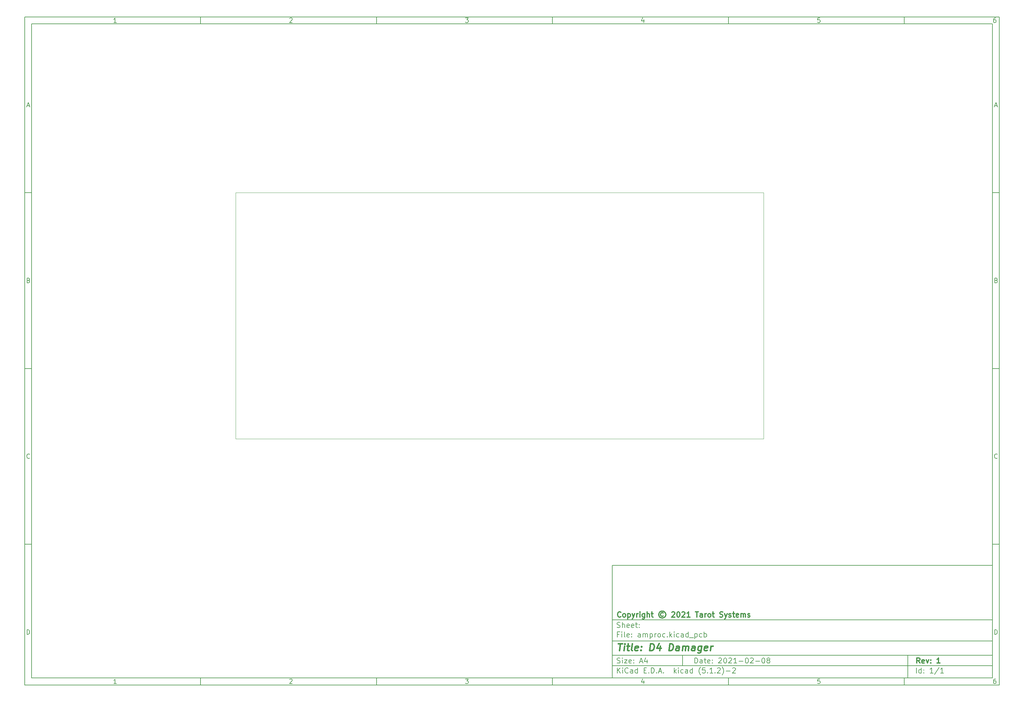
<source format=gbr>
G04 #@! TF.GenerationSoftware,KiCad,Pcbnew,(5.1.2)-2*
G04 #@! TF.CreationDate,2021-02-08T23:51:54+00:00*
G04 #@! TF.ProjectId,amproc,616d7072-6f63-42e6-9b69-6361645f7063,1*
G04 #@! TF.SameCoordinates,PX42c1d80PY7bfa480*
G04 #@! TF.FileFunction,Profile,NP*
%FSLAX46Y46*%
G04 Gerber Fmt 4.6, Leading zero omitted, Abs format (unit mm)*
G04 Created by KiCad (PCBNEW (5.1.2)-2) date 2021-02-08 23:51:54*
%MOMM*%
%LPD*%
G04 APERTURE LIST*
%ADD10C,0.100000*%
%ADD11C,0.150000*%
%ADD12C,0.300000*%
%ADD13C,0.400000*%
%ADD14C,0.050000*%
G04 APERTURE END LIST*
D10*
D11*
X107002200Y-36007200D02*
X107002200Y-68007200D01*
X215002200Y-68007200D01*
X215002200Y-36007200D01*
X107002200Y-36007200D01*
D10*
D11*
X-60000000Y120000000D02*
X-60000000Y-70007200D01*
X217002200Y-70007200D01*
X217002200Y120000000D01*
X-60000000Y120000000D01*
D10*
D11*
X-58000000Y118000000D02*
X-58000000Y-68007200D01*
X215002200Y-68007200D01*
X215002200Y118000000D01*
X-58000000Y118000000D01*
D10*
D11*
X-10000000Y118000000D02*
X-10000000Y120000000D01*
D10*
D11*
X40000000Y118000000D02*
X40000000Y120000000D01*
D10*
D11*
X90000000Y118000000D02*
X90000000Y120000000D01*
D10*
D11*
X140000000Y118000000D02*
X140000000Y120000000D01*
D10*
D11*
X190000000Y118000000D02*
X190000000Y120000000D01*
D10*
D11*
X-33934524Y118411905D02*
X-34677381Y118411905D01*
X-34305953Y118411905D02*
X-34305953Y119711905D01*
X-34429762Y119526191D01*
X-34553572Y119402381D01*
X-34677381Y119340477D01*
D10*
D11*
X15322619Y119588096D02*
X15384523Y119650000D01*
X15508333Y119711905D01*
X15817857Y119711905D01*
X15941666Y119650000D01*
X16003571Y119588096D01*
X16065476Y119464286D01*
X16065476Y119340477D01*
X16003571Y119154762D01*
X15260714Y118411905D01*
X16065476Y118411905D01*
D10*
D11*
X65260714Y119711905D02*
X66065476Y119711905D01*
X65632142Y119216667D01*
X65817857Y119216667D01*
X65941666Y119154762D01*
X66003571Y119092858D01*
X66065476Y118969048D01*
X66065476Y118659524D01*
X66003571Y118535715D01*
X65941666Y118473810D01*
X65817857Y118411905D01*
X65446428Y118411905D01*
X65322619Y118473810D01*
X65260714Y118535715D01*
D10*
D11*
X115941666Y119278572D02*
X115941666Y118411905D01*
X115632142Y119773810D02*
X115322619Y118845239D01*
X116127380Y118845239D01*
D10*
D11*
X166003571Y119711905D02*
X165384523Y119711905D01*
X165322619Y119092858D01*
X165384523Y119154762D01*
X165508333Y119216667D01*
X165817857Y119216667D01*
X165941666Y119154762D01*
X166003571Y119092858D01*
X166065476Y118969048D01*
X166065476Y118659524D01*
X166003571Y118535715D01*
X165941666Y118473810D01*
X165817857Y118411905D01*
X165508333Y118411905D01*
X165384523Y118473810D01*
X165322619Y118535715D01*
D10*
D11*
X215941666Y119711905D02*
X215694047Y119711905D01*
X215570238Y119650000D01*
X215508333Y119588096D01*
X215384523Y119402381D01*
X215322619Y119154762D01*
X215322619Y118659524D01*
X215384523Y118535715D01*
X215446428Y118473810D01*
X215570238Y118411905D01*
X215817857Y118411905D01*
X215941666Y118473810D01*
X216003571Y118535715D01*
X216065476Y118659524D01*
X216065476Y118969048D01*
X216003571Y119092858D01*
X215941666Y119154762D01*
X215817857Y119216667D01*
X215570238Y119216667D01*
X215446428Y119154762D01*
X215384523Y119092858D01*
X215322619Y118969048D01*
D10*
D11*
X-10000000Y-68007200D02*
X-10000000Y-70007200D01*
D10*
D11*
X40000000Y-68007200D02*
X40000000Y-70007200D01*
D10*
D11*
X90000000Y-68007200D02*
X90000000Y-70007200D01*
D10*
D11*
X140000000Y-68007200D02*
X140000000Y-70007200D01*
D10*
D11*
X190000000Y-68007200D02*
X190000000Y-70007200D01*
D10*
D11*
X-33934524Y-69595295D02*
X-34677381Y-69595295D01*
X-34305953Y-69595295D02*
X-34305953Y-68295295D01*
X-34429762Y-68481009D01*
X-34553572Y-68604819D01*
X-34677381Y-68666723D01*
D10*
D11*
X15322619Y-68419104D02*
X15384523Y-68357200D01*
X15508333Y-68295295D01*
X15817857Y-68295295D01*
X15941666Y-68357200D01*
X16003571Y-68419104D01*
X16065476Y-68542914D01*
X16065476Y-68666723D01*
X16003571Y-68852438D01*
X15260714Y-69595295D01*
X16065476Y-69595295D01*
D10*
D11*
X65260714Y-68295295D02*
X66065476Y-68295295D01*
X65632142Y-68790533D01*
X65817857Y-68790533D01*
X65941666Y-68852438D01*
X66003571Y-68914342D01*
X66065476Y-69038152D01*
X66065476Y-69347676D01*
X66003571Y-69471485D01*
X65941666Y-69533390D01*
X65817857Y-69595295D01*
X65446428Y-69595295D01*
X65322619Y-69533390D01*
X65260714Y-69471485D01*
D10*
D11*
X115941666Y-68728628D02*
X115941666Y-69595295D01*
X115632142Y-68233390D02*
X115322619Y-69161961D01*
X116127380Y-69161961D01*
D10*
D11*
X166003571Y-68295295D02*
X165384523Y-68295295D01*
X165322619Y-68914342D01*
X165384523Y-68852438D01*
X165508333Y-68790533D01*
X165817857Y-68790533D01*
X165941666Y-68852438D01*
X166003571Y-68914342D01*
X166065476Y-69038152D01*
X166065476Y-69347676D01*
X166003571Y-69471485D01*
X165941666Y-69533390D01*
X165817857Y-69595295D01*
X165508333Y-69595295D01*
X165384523Y-69533390D01*
X165322619Y-69471485D01*
D10*
D11*
X215941666Y-68295295D02*
X215694047Y-68295295D01*
X215570238Y-68357200D01*
X215508333Y-68419104D01*
X215384523Y-68604819D01*
X215322619Y-68852438D01*
X215322619Y-69347676D01*
X215384523Y-69471485D01*
X215446428Y-69533390D01*
X215570238Y-69595295D01*
X215817857Y-69595295D01*
X215941666Y-69533390D01*
X216003571Y-69471485D01*
X216065476Y-69347676D01*
X216065476Y-69038152D01*
X216003571Y-68914342D01*
X215941666Y-68852438D01*
X215817857Y-68790533D01*
X215570238Y-68790533D01*
X215446428Y-68852438D01*
X215384523Y-68914342D01*
X215322619Y-69038152D01*
D10*
D11*
X-60000000Y70000000D02*
X-58000000Y70000000D01*
D10*
D11*
X-60000000Y20000000D02*
X-58000000Y20000000D01*
D10*
D11*
X-60000000Y-30000000D02*
X-58000000Y-30000000D01*
D10*
D11*
X-59309524Y94783334D02*
X-58690477Y94783334D01*
X-59433334Y94411905D02*
X-59000000Y95711905D01*
X-58566667Y94411905D01*
D10*
D11*
X-58907143Y45092858D02*
X-58721429Y45030953D01*
X-58659524Y44969048D01*
X-58597620Y44845239D01*
X-58597620Y44659524D01*
X-58659524Y44535715D01*
X-58721429Y44473810D01*
X-58845239Y44411905D01*
X-59340477Y44411905D01*
X-59340477Y45711905D01*
X-58907143Y45711905D01*
X-58783334Y45650000D01*
X-58721429Y45588096D01*
X-58659524Y45464286D01*
X-58659524Y45340477D01*
X-58721429Y45216667D01*
X-58783334Y45154762D01*
X-58907143Y45092858D01*
X-59340477Y45092858D01*
D10*
D11*
X-58597620Y-5464285D02*
X-58659524Y-5526190D01*
X-58845239Y-5588095D01*
X-58969048Y-5588095D01*
X-59154762Y-5526190D01*
X-59278572Y-5402380D01*
X-59340477Y-5278571D01*
X-59402381Y-5030952D01*
X-59402381Y-4845238D01*
X-59340477Y-4597619D01*
X-59278572Y-4473809D01*
X-59154762Y-4350000D01*
X-58969048Y-4288095D01*
X-58845239Y-4288095D01*
X-58659524Y-4350000D01*
X-58597620Y-4411904D01*
D10*
D11*
X-59340477Y-55588095D02*
X-59340477Y-54288095D01*
X-59030953Y-54288095D01*
X-58845239Y-54350000D01*
X-58721429Y-54473809D01*
X-58659524Y-54597619D01*
X-58597620Y-54845238D01*
X-58597620Y-55030952D01*
X-58659524Y-55278571D01*
X-58721429Y-55402380D01*
X-58845239Y-55526190D01*
X-59030953Y-55588095D01*
X-59340477Y-55588095D01*
D10*
D11*
X217002200Y70000000D02*
X215002200Y70000000D01*
D10*
D11*
X217002200Y20000000D02*
X215002200Y20000000D01*
D10*
D11*
X217002200Y-30000000D02*
X215002200Y-30000000D01*
D10*
D11*
X215692676Y94783334D02*
X216311723Y94783334D01*
X215568866Y94411905D02*
X216002200Y95711905D01*
X216435533Y94411905D01*
D10*
D11*
X216095057Y45092858D02*
X216280771Y45030953D01*
X216342676Y44969048D01*
X216404580Y44845239D01*
X216404580Y44659524D01*
X216342676Y44535715D01*
X216280771Y44473810D01*
X216156961Y44411905D01*
X215661723Y44411905D01*
X215661723Y45711905D01*
X216095057Y45711905D01*
X216218866Y45650000D01*
X216280771Y45588096D01*
X216342676Y45464286D01*
X216342676Y45340477D01*
X216280771Y45216667D01*
X216218866Y45154762D01*
X216095057Y45092858D01*
X215661723Y45092858D01*
D10*
D11*
X216404580Y-5464285D02*
X216342676Y-5526190D01*
X216156961Y-5588095D01*
X216033152Y-5588095D01*
X215847438Y-5526190D01*
X215723628Y-5402380D01*
X215661723Y-5278571D01*
X215599819Y-5030952D01*
X215599819Y-4845238D01*
X215661723Y-4597619D01*
X215723628Y-4473809D01*
X215847438Y-4350000D01*
X216033152Y-4288095D01*
X216156961Y-4288095D01*
X216342676Y-4350000D01*
X216404580Y-4411904D01*
D10*
D11*
X215661723Y-55588095D02*
X215661723Y-54288095D01*
X215971247Y-54288095D01*
X216156961Y-54350000D01*
X216280771Y-54473809D01*
X216342676Y-54597619D01*
X216404580Y-54845238D01*
X216404580Y-55030952D01*
X216342676Y-55278571D01*
X216280771Y-55402380D01*
X216156961Y-55526190D01*
X215971247Y-55588095D01*
X215661723Y-55588095D01*
D10*
D11*
X130434342Y-63785771D02*
X130434342Y-62285771D01*
X130791485Y-62285771D01*
X131005771Y-62357200D01*
X131148628Y-62500057D01*
X131220057Y-62642914D01*
X131291485Y-62928628D01*
X131291485Y-63142914D01*
X131220057Y-63428628D01*
X131148628Y-63571485D01*
X131005771Y-63714342D01*
X130791485Y-63785771D01*
X130434342Y-63785771D01*
X132577200Y-63785771D02*
X132577200Y-63000057D01*
X132505771Y-62857200D01*
X132362914Y-62785771D01*
X132077200Y-62785771D01*
X131934342Y-62857200D01*
X132577200Y-63714342D02*
X132434342Y-63785771D01*
X132077200Y-63785771D01*
X131934342Y-63714342D01*
X131862914Y-63571485D01*
X131862914Y-63428628D01*
X131934342Y-63285771D01*
X132077200Y-63214342D01*
X132434342Y-63214342D01*
X132577200Y-63142914D01*
X133077200Y-62785771D02*
X133648628Y-62785771D01*
X133291485Y-62285771D02*
X133291485Y-63571485D01*
X133362914Y-63714342D01*
X133505771Y-63785771D01*
X133648628Y-63785771D01*
X134720057Y-63714342D02*
X134577200Y-63785771D01*
X134291485Y-63785771D01*
X134148628Y-63714342D01*
X134077200Y-63571485D01*
X134077200Y-63000057D01*
X134148628Y-62857200D01*
X134291485Y-62785771D01*
X134577200Y-62785771D01*
X134720057Y-62857200D01*
X134791485Y-63000057D01*
X134791485Y-63142914D01*
X134077200Y-63285771D01*
X135434342Y-63642914D02*
X135505771Y-63714342D01*
X135434342Y-63785771D01*
X135362914Y-63714342D01*
X135434342Y-63642914D01*
X135434342Y-63785771D01*
X135434342Y-62857200D02*
X135505771Y-62928628D01*
X135434342Y-63000057D01*
X135362914Y-62928628D01*
X135434342Y-62857200D01*
X135434342Y-63000057D01*
X137220057Y-62428628D02*
X137291485Y-62357200D01*
X137434342Y-62285771D01*
X137791485Y-62285771D01*
X137934342Y-62357200D01*
X138005771Y-62428628D01*
X138077200Y-62571485D01*
X138077200Y-62714342D01*
X138005771Y-62928628D01*
X137148628Y-63785771D01*
X138077200Y-63785771D01*
X139005771Y-62285771D02*
X139148628Y-62285771D01*
X139291485Y-62357200D01*
X139362914Y-62428628D01*
X139434342Y-62571485D01*
X139505771Y-62857200D01*
X139505771Y-63214342D01*
X139434342Y-63500057D01*
X139362914Y-63642914D01*
X139291485Y-63714342D01*
X139148628Y-63785771D01*
X139005771Y-63785771D01*
X138862914Y-63714342D01*
X138791485Y-63642914D01*
X138720057Y-63500057D01*
X138648628Y-63214342D01*
X138648628Y-62857200D01*
X138720057Y-62571485D01*
X138791485Y-62428628D01*
X138862914Y-62357200D01*
X139005771Y-62285771D01*
X140077200Y-62428628D02*
X140148628Y-62357200D01*
X140291485Y-62285771D01*
X140648628Y-62285771D01*
X140791485Y-62357200D01*
X140862914Y-62428628D01*
X140934342Y-62571485D01*
X140934342Y-62714342D01*
X140862914Y-62928628D01*
X140005771Y-63785771D01*
X140934342Y-63785771D01*
X142362914Y-63785771D02*
X141505771Y-63785771D01*
X141934342Y-63785771D02*
X141934342Y-62285771D01*
X141791485Y-62500057D01*
X141648628Y-62642914D01*
X141505771Y-62714342D01*
X143005771Y-63214342D02*
X144148628Y-63214342D01*
X145148628Y-62285771D02*
X145291485Y-62285771D01*
X145434342Y-62357200D01*
X145505771Y-62428628D01*
X145577200Y-62571485D01*
X145648628Y-62857200D01*
X145648628Y-63214342D01*
X145577200Y-63500057D01*
X145505771Y-63642914D01*
X145434342Y-63714342D01*
X145291485Y-63785771D01*
X145148628Y-63785771D01*
X145005771Y-63714342D01*
X144934342Y-63642914D01*
X144862914Y-63500057D01*
X144791485Y-63214342D01*
X144791485Y-62857200D01*
X144862914Y-62571485D01*
X144934342Y-62428628D01*
X145005771Y-62357200D01*
X145148628Y-62285771D01*
X146220057Y-62428628D02*
X146291485Y-62357200D01*
X146434342Y-62285771D01*
X146791485Y-62285771D01*
X146934342Y-62357200D01*
X147005771Y-62428628D01*
X147077200Y-62571485D01*
X147077200Y-62714342D01*
X147005771Y-62928628D01*
X146148628Y-63785771D01*
X147077200Y-63785771D01*
X147720057Y-63214342D02*
X148862914Y-63214342D01*
X149862914Y-62285771D02*
X150005771Y-62285771D01*
X150148628Y-62357200D01*
X150220057Y-62428628D01*
X150291485Y-62571485D01*
X150362914Y-62857200D01*
X150362914Y-63214342D01*
X150291485Y-63500057D01*
X150220057Y-63642914D01*
X150148628Y-63714342D01*
X150005771Y-63785771D01*
X149862914Y-63785771D01*
X149720057Y-63714342D01*
X149648628Y-63642914D01*
X149577200Y-63500057D01*
X149505771Y-63214342D01*
X149505771Y-62857200D01*
X149577200Y-62571485D01*
X149648628Y-62428628D01*
X149720057Y-62357200D01*
X149862914Y-62285771D01*
X151220057Y-62928628D02*
X151077200Y-62857200D01*
X151005771Y-62785771D01*
X150934342Y-62642914D01*
X150934342Y-62571485D01*
X151005771Y-62428628D01*
X151077200Y-62357200D01*
X151220057Y-62285771D01*
X151505771Y-62285771D01*
X151648628Y-62357200D01*
X151720057Y-62428628D01*
X151791485Y-62571485D01*
X151791485Y-62642914D01*
X151720057Y-62785771D01*
X151648628Y-62857200D01*
X151505771Y-62928628D01*
X151220057Y-62928628D01*
X151077200Y-63000057D01*
X151005771Y-63071485D01*
X150934342Y-63214342D01*
X150934342Y-63500057D01*
X151005771Y-63642914D01*
X151077200Y-63714342D01*
X151220057Y-63785771D01*
X151505771Y-63785771D01*
X151648628Y-63714342D01*
X151720057Y-63642914D01*
X151791485Y-63500057D01*
X151791485Y-63214342D01*
X151720057Y-63071485D01*
X151648628Y-63000057D01*
X151505771Y-62928628D01*
D10*
D11*
X107002200Y-64507200D02*
X215002200Y-64507200D01*
D10*
D11*
X108434342Y-66585771D02*
X108434342Y-65085771D01*
X109291485Y-66585771D02*
X108648628Y-65728628D01*
X109291485Y-65085771D02*
X108434342Y-65942914D01*
X109934342Y-66585771D02*
X109934342Y-65585771D01*
X109934342Y-65085771D02*
X109862914Y-65157200D01*
X109934342Y-65228628D01*
X110005771Y-65157200D01*
X109934342Y-65085771D01*
X109934342Y-65228628D01*
X111505771Y-66442914D02*
X111434342Y-66514342D01*
X111220057Y-66585771D01*
X111077200Y-66585771D01*
X110862914Y-66514342D01*
X110720057Y-66371485D01*
X110648628Y-66228628D01*
X110577200Y-65942914D01*
X110577200Y-65728628D01*
X110648628Y-65442914D01*
X110720057Y-65300057D01*
X110862914Y-65157200D01*
X111077200Y-65085771D01*
X111220057Y-65085771D01*
X111434342Y-65157200D01*
X111505771Y-65228628D01*
X112791485Y-66585771D02*
X112791485Y-65800057D01*
X112720057Y-65657200D01*
X112577200Y-65585771D01*
X112291485Y-65585771D01*
X112148628Y-65657200D01*
X112791485Y-66514342D02*
X112648628Y-66585771D01*
X112291485Y-66585771D01*
X112148628Y-66514342D01*
X112077200Y-66371485D01*
X112077200Y-66228628D01*
X112148628Y-66085771D01*
X112291485Y-66014342D01*
X112648628Y-66014342D01*
X112791485Y-65942914D01*
X114148628Y-66585771D02*
X114148628Y-65085771D01*
X114148628Y-66514342D02*
X114005771Y-66585771D01*
X113720057Y-66585771D01*
X113577200Y-66514342D01*
X113505771Y-66442914D01*
X113434342Y-66300057D01*
X113434342Y-65871485D01*
X113505771Y-65728628D01*
X113577200Y-65657200D01*
X113720057Y-65585771D01*
X114005771Y-65585771D01*
X114148628Y-65657200D01*
X116005771Y-65800057D02*
X116505771Y-65800057D01*
X116720057Y-66585771D02*
X116005771Y-66585771D01*
X116005771Y-65085771D01*
X116720057Y-65085771D01*
X117362914Y-66442914D02*
X117434342Y-66514342D01*
X117362914Y-66585771D01*
X117291485Y-66514342D01*
X117362914Y-66442914D01*
X117362914Y-66585771D01*
X118077200Y-66585771D02*
X118077200Y-65085771D01*
X118434342Y-65085771D01*
X118648628Y-65157200D01*
X118791485Y-65300057D01*
X118862914Y-65442914D01*
X118934342Y-65728628D01*
X118934342Y-65942914D01*
X118862914Y-66228628D01*
X118791485Y-66371485D01*
X118648628Y-66514342D01*
X118434342Y-66585771D01*
X118077200Y-66585771D01*
X119577200Y-66442914D02*
X119648628Y-66514342D01*
X119577200Y-66585771D01*
X119505771Y-66514342D01*
X119577200Y-66442914D01*
X119577200Y-66585771D01*
X120220057Y-66157200D02*
X120934342Y-66157200D01*
X120077200Y-66585771D02*
X120577200Y-65085771D01*
X121077200Y-66585771D01*
X121577200Y-66442914D02*
X121648628Y-66514342D01*
X121577200Y-66585771D01*
X121505771Y-66514342D01*
X121577200Y-66442914D01*
X121577200Y-66585771D01*
X124577200Y-66585771D02*
X124577200Y-65085771D01*
X124720057Y-66014342D02*
X125148628Y-66585771D01*
X125148628Y-65585771D02*
X124577200Y-66157200D01*
X125791485Y-66585771D02*
X125791485Y-65585771D01*
X125791485Y-65085771D02*
X125720057Y-65157200D01*
X125791485Y-65228628D01*
X125862914Y-65157200D01*
X125791485Y-65085771D01*
X125791485Y-65228628D01*
X127148628Y-66514342D02*
X127005771Y-66585771D01*
X126720057Y-66585771D01*
X126577200Y-66514342D01*
X126505771Y-66442914D01*
X126434342Y-66300057D01*
X126434342Y-65871485D01*
X126505771Y-65728628D01*
X126577200Y-65657200D01*
X126720057Y-65585771D01*
X127005771Y-65585771D01*
X127148628Y-65657200D01*
X128434342Y-66585771D02*
X128434342Y-65800057D01*
X128362914Y-65657200D01*
X128220057Y-65585771D01*
X127934342Y-65585771D01*
X127791485Y-65657200D01*
X128434342Y-66514342D02*
X128291485Y-66585771D01*
X127934342Y-66585771D01*
X127791485Y-66514342D01*
X127720057Y-66371485D01*
X127720057Y-66228628D01*
X127791485Y-66085771D01*
X127934342Y-66014342D01*
X128291485Y-66014342D01*
X128434342Y-65942914D01*
X129791485Y-66585771D02*
X129791485Y-65085771D01*
X129791485Y-66514342D02*
X129648628Y-66585771D01*
X129362914Y-66585771D01*
X129220057Y-66514342D01*
X129148628Y-66442914D01*
X129077200Y-66300057D01*
X129077200Y-65871485D01*
X129148628Y-65728628D01*
X129220057Y-65657200D01*
X129362914Y-65585771D01*
X129648628Y-65585771D01*
X129791485Y-65657200D01*
X132077200Y-67157200D02*
X132005771Y-67085771D01*
X131862914Y-66871485D01*
X131791485Y-66728628D01*
X131720057Y-66514342D01*
X131648628Y-66157200D01*
X131648628Y-65871485D01*
X131720057Y-65514342D01*
X131791485Y-65300057D01*
X131862914Y-65157200D01*
X132005771Y-64942914D01*
X132077200Y-64871485D01*
X133362914Y-65085771D02*
X132648628Y-65085771D01*
X132577200Y-65800057D01*
X132648628Y-65728628D01*
X132791485Y-65657200D01*
X133148628Y-65657200D01*
X133291485Y-65728628D01*
X133362914Y-65800057D01*
X133434342Y-65942914D01*
X133434342Y-66300057D01*
X133362914Y-66442914D01*
X133291485Y-66514342D01*
X133148628Y-66585771D01*
X132791485Y-66585771D01*
X132648628Y-66514342D01*
X132577200Y-66442914D01*
X134077200Y-66442914D02*
X134148628Y-66514342D01*
X134077200Y-66585771D01*
X134005771Y-66514342D01*
X134077200Y-66442914D01*
X134077200Y-66585771D01*
X135577200Y-66585771D02*
X134720057Y-66585771D01*
X135148628Y-66585771D02*
X135148628Y-65085771D01*
X135005771Y-65300057D01*
X134862914Y-65442914D01*
X134720057Y-65514342D01*
X136220057Y-66442914D02*
X136291485Y-66514342D01*
X136220057Y-66585771D01*
X136148628Y-66514342D01*
X136220057Y-66442914D01*
X136220057Y-66585771D01*
X136862914Y-65228628D02*
X136934342Y-65157200D01*
X137077200Y-65085771D01*
X137434342Y-65085771D01*
X137577200Y-65157200D01*
X137648628Y-65228628D01*
X137720057Y-65371485D01*
X137720057Y-65514342D01*
X137648628Y-65728628D01*
X136791485Y-66585771D01*
X137720057Y-66585771D01*
X138220057Y-67157200D02*
X138291485Y-67085771D01*
X138434342Y-66871485D01*
X138505771Y-66728628D01*
X138577200Y-66514342D01*
X138648628Y-66157200D01*
X138648628Y-65871485D01*
X138577200Y-65514342D01*
X138505771Y-65300057D01*
X138434342Y-65157200D01*
X138291485Y-64942914D01*
X138220057Y-64871485D01*
X139362914Y-66014342D02*
X140505771Y-66014342D01*
X141148628Y-65228628D02*
X141220057Y-65157200D01*
X141362914Y-65085771D01*
X141720057Y-65085771D01*
X141862914Y-65157200D01*
X141934342Y-65228628D01*
X142005771Y-65371485D01*
X142005771Y-65514342D01*
X141934342Y-65728628D01*
X141077200Y-66585771D01*
X142005771Y-66585771D01*
D10*
D11*
X107002200Y-61507200D02*
X215002200Y-61507200D01*
D10*
D12*
X194411485Y-63785771D02*
X193911485Y-63071485D01*
X193554342Y-63785771D02*
X193554342Y-62285771D01*
X194125771Y-62285771D01*
X194268628Y-62357200D01*
X194340057Y-62428628D01*
X194411485Y-62571485D01*
X194411485Y-62785771D01*
X194340057Y-62928628D01*
X194268628Y-63000057D01*
X194125771Y-63071485D01*
X193554342Y-63071485D01*
X195625771Y-63714342D02*
X195482914Y-63785771D01*
X195197200Y-63785771D01*
X195054342Y-63714342D01*
X194982914Y-63571485D01*
X194982914Y-63000057D01*
X195054342Y-62857200D01*
X195197200Y-62785771D01*
X195482914Y-62785771D01*
X195625771Y-62857200D01*
X195697200Y-63000057D01*
X195697200Y-63142914D01*
X194982914Y-63285771D01*
X196197200Y-62785771D02*
X196554342Y-63785771D01*
X196911485Y-62785771D01*
X197482914Y-63642914D02*
X197554342Y-63714342D01*
X197482914Y-63785771D01*
X197411485Y-63714342D01*
X197482914Y-63642914D01*
X197482914Y-63785771D01*
X197482914Y-62857200D02*
X197554342Y-62928628D01*
X197482914Y-63000057D01*
X197411485Y-62928628D01*
X197482914Y-62857200D01*
X197482914Y-63000057D01*
X200125771Y-63785771D02*
X199268628Y-63785771D01*
X199697200Y-63785771D02*
X199697200Y-62285771D01*
X199554342Y-62500057D01*
X199411485Y-62642914D01*
X199268628Y-62714342D01*
D10*
D11*
X108362914Y-63714342D02*
X108577200Y-63785771D01*
X108934342Y-63785771D01*
X109077200Y-63714342D01*
X109148628Y-63642914D01*
X109220057Y-63500057D01*
X109220057Y-63357200D01*
X109148628Y-63214342D01*
X109077200Y-63142914D01*
X108934342Y-63071485D01*
X108648628Y-63000057D01*
X108505771Y-62928628D01*
X108434342Y-62857200D01*
X108362914Y-62714342D01*
X108362914Y-62571485D01*
X108434342Y-62428628D01*
X108505771Y-62357200D01*
X108648628Y-62285771D01*
X109005771Y-62285771D01*
X109220057Y-62357200D01*
X109862914Y-63785771D02*
X109862914Y-62785771D01*
X109862914Y-62285771D02*
X109791485Y-62357200D01*
X109862914Y-62428628D01*
X109934342Y-62357200D01*
X109862914Y-62285771D01*
X109862914Y-62428628D01*
X110434342Y-62785771D02*
X111220057Y-62785771D01*
X110434342Y-63785771D01*
X111220057Y-63785771D01*
X112362914Y-63714342D02*
X112220057Y-63785771D01*
X111934342Y-63785771D01*
X111791485Y-63714342D01*
X111720057Y-63571485D01*
X111720057Y-63000057D01*
X111791485Y-62857200D01*
X111934342Y-62785771D01*
X112220057Y-62785771D01*
X112362914Y-62857200D01*
X112434342Y-63000057D01*
X112434342Y-63142914D01*
X111720057Y-63285771D01*
X113077200Y-63642914D02*
X113148628Y-63714342D01*
X113077200Y-63785771D01*
X113005771Y-63714342D01*
X113077200Y-63642914D01*
X113077200Y-63785771D01*
X113077200Y-62857200D02*
X113148628Y-62928628D01*
X113077200Y-63000057D01*
X113005771Y-62928628D01*
X113077200Y-62857200D01*
X113077200Y-63000057D01*
X114862914Y-63357200D02*
X115577200Y-63357200D01*
X114720057Y-63785771D02*
X115220057Y-62285771D01*
X115720057Y-63785771D01*
X116862914Y-62785771D02*
X116862914Y-63785771D01*
X116505771Y-62214342D02*
X116148628Y-63285771D01*
X117077200Y-63285771D01*
D10*
D11*
X193434342Y-66585771D02*
X193434342Y-65085771D01*
X194791485Y-66585771D02*
X194791485Y-65085771D01*
X194791485Y-66514342D02*
X194648628Y-66585771D01*
X194362914Y-66585771D01*
X194220057Y-66514342D01*
X194148628Y-66442914D01*
X194077200Y-66300057D01*
X194077200Y-65871485D01*
X194148628Y-65728628D01*
X194220057Y-65657200D01*
X194362914Y-65585771D01*
X194648628Y-65585771D01*
X194791485Y-65657200D01*
X195505771Y-66442914D02*
X195577200Y-66514342D01*
X195505771Y-66585771D01*
X195434342Y-66514342D01*
X195505771Y-66442914D01*
X195505771Y-66585771D01*
X195505771Y-65657200D02*
X195577200Y-65728628D01*
X195505771Y-65800057D01*
X195434342Y-65728628D01*
X195505771Y-65657200D01*
X195505771Y-65800057D01*
X198148628Y-66585771D02*
X197291485Y-66585771D01*
X197720057Y-66585771D02*
X197720057Y-65085771D01*
X197577200Y-65300057D01*
X197434342Y-65442914D01*
X197291485Y-65514342D01*
X199862914Y-65014342D02*
X198577200Y-66942914D01*
X201148628Y-66585771D02*
X200291485Y-66585771D01*
X200720057Y-66585771D02*
X200720057Y-65085771D01*
X200577200Y-65300057D01*
X200434342Y-65442914D01*
X200291485Y-65514342D01*
D10*
D11*
X107002200Y-57507200D02*
X215002200Y-57507200D01*
D10*
D13*
X108714580Y-58211961D02*
X109857438Y-58211961D01*
X109036009Y-60211961D02*
X109286009Y-58211961D01*
X110274104Y-60211961D02*
X110440771Y-58878628D01*
X110524104Y-58211961D02*
X110416961Y-58307200D01*
X110500295Y-58402438D01*
X110607438Y-58307200D01*
X110524104Y-58211961D01*
X110500295Y-58402438D01*
X111107438Y-58878628D02*
X111869342Y-58878628D01*
X111476485Y-58211961D02*
X111262200Y-59926247D01*
X111333628Y-60116723D01*
X111512200Y-60211961D01*
X111702676Y-60211961D01*
X112655057Y-60211961D02*
X112476485Y-60116723D01*
X112405057Y-59926247D01*
X112619342Y-58211961D01*
X114190771Y-60116723D02*
X113988390Y-60211961D01*
X113607438Y-60211961D01*
X113428866Y-60116723D01*
X113357438Y-59926247D01*
X113452676Y-59164342D01*
X113571723Y-58973866D01*
X113774104Y-58878628D01*
X114155057Y-58878628D01*
X114333628Y-58973866D01*
X114405057Y-59164342D01*
X114381247Y-59354819D01*
X113405057Y-59545295D01*
X115155057Y-60021485D02*
X115238390Y-60116723D01*
X115131247Y-60211961D01*
X115047914Y-60116723D01*
X115155057Y-60021485D01*
X115131247Y-60211961D01*
X115286009Y-58973866D02*
X115369342Y-59069104D01*
X115262200Y-59164342D01*
X115178866Y-59069104D01*
X115286009Y-58973866D01*
X115262200Y-59164342D01*
X117607438Y-60211961D02*
X117857438Y-58211961D01*
X118333628Y-58211961D01*
X118607438Y-58307200D01*
X118774104Y-58497676D01*
X118845533Y-58688152D01*
X118893152Y-59069104D01*
X118857438Y-59354819D01*
X118714580Y-59735771D01*
X118595533Y-59926247D01*
X118381247Y-60116723D01*
X118083628Y-60211961D01*
X117607438Y-60211961D01*
X120631247Y-58878628D02*
X120464580Y-60211961D01*
X120250295Y-58116723D02*
X119595533Y-59545295D01*
X120833628Y-59545295D01*
X123036009Y-60211961D02*
X123286009Y-58211961D01*
X123762200Y-58211961D01*
X124036009Y-58307200D01*
X124202676Y-58497676D01*
X124274104Y-58688152D01*
X124321723Y-59069104D01*
X124286009Y-59354819D01*
X124143152Y-59735771D01*
X124024104Y-59926247D01*
X123809819Y-60116723D01*
X123512200Y-60211961D01*
X123036009Y-60211961D01*
X125893152Y-60211961D02*
X126024104Y-59164342D01*
X125952676Y-58973866D01*
X125774104Y-58878628D01*
X125393152Y-58878628D01*
X125190771Y-58973866D01*
X125905057Y-60116723D02*
X125702676Y-60211961D01*
X125226485Y-60211961D01*
X125047914Y-60116723D01*
X124976485Y-59926247D01*
X125000295Y-59735771D01*
X125119342Y-59545295D01*
X125321723Y-59450057D01*
X125797914Y-59450057D01*
X126000295Y-59354819D01*
X126845533Y-60211961D02*
X127012200Y-58878628D01*
X126988390Y-59069104D02*
X127095533Y-58973866D01*
X127297914Y-58878628D01*
X127583628Y-58878628D01*
X127762200Y-58973866D01*
X127833628Y-59164342D01*
X127702676Y-60211961D01*
X127833628Y-59164342D02*
X127952676Y-58973866D01*
X128155057Y-58878628D01*
X128440771Y-58878628D01*
X128619342Y-58973866D01*
X128690771Y-59164342D01*
X128559819Y-60211961D01*
X130369342Y-60211961D02*
X130500295Y-59164342D01*
X130428866Y-58973866D01*
X130250295Y-58878628D01*
X129869342Y-58878628D01*
X129666961Y-58973866D01*
X130381247Y-60116723D02*
X130178866Y-60211961D01*
X129702676Y-60211961D01*
X129524104Y-60116723D01*
X129452676Y-59926247D01*
X129476485Y-59735771D01*
X129595533Y-59545295D01*
X129797914Y-59450057D01*
X130274104Y-59450057D01*
X130476485Y-59354819D01*
X132345533Y-58878628D02*
X132143152Y-60497676D01*
X132024104Y-60688152D01*
X131916961Y-60783390D01*
X131714580Y-60878628D01*
X131428866Y-60878628D01*
X131250295Y-60783390D01*
X132190771Y-60116723D02*
X131988390Y-60211961D01*
X131607438Y-60211961D01*
X131428866Y-60116723D01*
X131345533Y-60021485D01*
X131274104Y-59831009D01*
X131345533Y-59259580D01*
X131464580Y-59069104D01*
X131571723Y-58973866D01*
X131774104Y-58878628D01*
X132155057Y-58878628D01*
X132333628Y-58973866D01*
X133905057Y-60116723D02*
X133702676Y-60211961D01*
X133321723Y-60211961D01*
X133143152Y-60116723D01*
X133071723Y-59926247D01*
X133166961Y-59164342D01*
X133286009Y-58973866D01*
X133488390Y-58878628D01*
X133869342Y-58878628D01*
X134047914Y-58973866D01*
X134119342Y-59164342D01*
X134095533Y-59354819D01*
X133119342Y-59545295D01*
X134845533Y-60211961D02*
X135012200Y-58878628D01*
X134964580Y-59259580D02*
X135083628Y-59069104D01*
X135190771Y-58973866D01*
X135393152Y-58878628D01*
X135583628Y-58878628D01*
D10*
D11*
X108934342Y-55600057D02*
X108434342Y-55600057D01*
X108434342Y-56385771D02*
X108434342Y-54885771D01*
X109148628Y-54885771D01*
X109720057Y-56385771D02*
X109720057Y-55385771D01*
X109720057Y-54885771D02*
X109648628Y-54957200D01*
X109720057Y-55028628D01*
X109791485Y-54957200D01*
X109720057Y-54885771D01*
X109720057Y-55028628D01*
X110648628Y-56385771D02*
X110505771Y-56314342D01*
X110434342Y-56171485D01*
X110434342Y-54885771D01*
X111791485Y-56314342D02*
X111648628Y-56385771D01*
X111362914Y-56385771D01*
X111220057Y-56314342D01*
X111148628Y-56171485D01*
X111148628Y-55600057D01*
X111220057Y-55457200D01*
X111362914Y-55385771D01*
X111648628Y-55385771D01*
X111791485Y-55457200D01*
X111862914Y-55600057D01*
X111862914Y-55742914D01*
X111148628Y-55885771D01*
X112505771Y-56242914D02*
X112577200Y-56314342D01*
X112505771Y-56385771D01*
X112434342Y-56314342D01*
X112505771Y-56242914D01*
X112505771Y-56385771D01*
X112505771Y-55457200D02*
X112577200Y-55528628D01*
X112505771Y-55600057D01*
X112434342Y-55528628D01*
X112505771Y-55457200D01*
X112505771Y-55600057D01*
X115005771Y-56385771D02*
X115005771Y-55600057D01*
X114934342Y-55457200D01*
X114791485Y-55385771D01*
X114505771Y-55385771D01*
X114362914Y-55457200D01*
X115005771Y-56314342D02*
X114862914Y-56385771D01*
X114505771Y-56385771D01*
X114362914Y-56314342D01*
X114291485Y-56171485D01*
X114291485Y-56028628D01*
X114362914Y-55885771D01*
X114505771Y-55814342D01*
X114862914Y-55814342D01*
X115005771Y-55742914D01*
X115720057Y-56385771D02*
X115720057Y-55385771D01*
X115720057Y-55528628D02*
X115791485Y-55457200D01*
X115934342Y-55385771D01*
X116148628Y-55385771D01*
X116291485Y-55457200D01*
X116362914Y-55600057D01*
X116362914Y-56385771D01*
X116362914Y-55600057D02*
X116434342Y-55457200D01*
X116577200Y-55385771D01*
X116791485Y-55385771D01*
X116934342Y-55457200D01*
X117005771Y-55600057D01*
X117005771Y-56385771D01*
X117720057Y-55385771D02*
X117720057Y-56885771D01*
X117720057Y-55457200D02*
X117862914Y-55385771D01*
X118148628Y-55385771D01*
X118291485Y-55457200D01*
X118362914Y-55528628D01*
X118434342Y-55671485D01*
X118434342Y-56100057D01*
X118362914Y-56242914D01*
X118291485Y-56314342D01*
X118148628Y-56385771D01*
X117862914Y-56385771D01*
X117720057Y-56314342D01*
X119077200Y-56385771D02*
X119077200Y-55385771D01*
X119077200Y-55671485D02*
X119148628Y-55528628D01*
X119220057Y-55457200D01*
X119362914Y-55385771D01*
X119505771Y-55385771D01*
X120220057Y-56385771D02*
X120077200Y-56314342D01*
X120005771Y-56242914D01*
X119934342Y-56100057D01*
X119934342Y-55671485D01*
X120005771Y-55528628D01*
X120077200Y-55457200D01*
X120220057Y-55385771D01*
X120434342Y-55385771D01*
X120577200Y-55457200D01*
X120648628Y-55528628D01*
X120720057Y-55671485D01*
X120720057Y-56100057D01*
X120648628Y-56242914D01*
X120577200Y-56314342D01*
X120434342Y-56385771D01*
X120220057Y-56385771D01*
X122005771Y-56314342D02*
X121862914Y-56385771D01*
X121577200Y-56385771D01*
X121434342Y-56314342D01*
X121362914Y-56242914D01*
X121291485Y-56100057D01*
X121291485Y-55671485D01*
X121362914Y-55528628D01*
X121434342Y-55457200D01*
X121577200Y-55385771D01*
X121862914Y-55385771D01*
X122005771Y-55457200D01*
X122648628Y-56242914D02*
X122720057Y-56314342D01*
X122648628Y-56385771D01*
X122577200Y-56314342D01*
X122648628Y-56242914D01*
X122648628Y-56385771D01*
X123362914Y-56385771D02*
X123362914Y-54885771D01*
X123505771Y-55814342D02*
X123934342Y-56385771D01*
X123934342Y-55385771D02*
X123362914Y-55957200D01*
X124577200Y-56385771D02*
X124577200Y-55385771D01*
X124577200Y-54885771D02*
X124505771Y-54957200D01*
X124577200Y-55028628D01*
X124648628Y-54957200D01*
X124577200Y-54885771D01*
X124577200Y-55028628D01*
X125934342Y-56314342D02*
X125791485Y-56385771D01*
X125505771Y-56385771D01*
X125362914Y-56314342D01*
X125291485Y-56242914D01*
X125220057Y-56100057D01*
X125220057Y-55671485D01*
X125291485Y-55528628D01*
X125362914Y-55457200D01*
X125505771Y-55385771D01*
X125791485Y-55385771D01*
X125934342Y-55457200D01*
X127220057Y-56385771D02*
X127220057Y-55600057D01*
X127148628Y-55457200D01*
X127005771Y-55385771D01*
X126720057Y-55385771D01*
X126577200Y-55457200D01*
X127220057Y-56314342D02*
X127077200Y-56385771D01*
X126720057Y-56385771D01*
X126577200Y-56314342D01*
X126505771Y-56171485D01*
X126505771Y-56028628D01*
X126577200Y-55885771D01*
X126720057Y-55814342D01*
X127077200Y-55814342D01*
X127220057Y-55742914D01*
X128577200Y-56385771D02*
X128577200Y-54885771D01*
X128577200Y-56314342D02*
X128434342Y-56385771D01*
X128148628Y-56385771D01*
X128005771Y-56314342D01*
X127934342Y-56242914D01*
X127862914Y-56100057D01*
X127862914Y-55671485D01*
X127934342Y-55528628D01*
X128005771Y-55457200D01*
X128148628Y-55385771D01*
X128434342Y-55385771D01*
X128577200Y-55457200D01*
X128934342Y-56528628D02*
X130077200Y-56528628D01*
X130434342Y-55385771D02*
X130434342Y-56885771D01*
X130434342Y-55457200D02*
X130577200Y-55385771D01*
X130862914Y-55385771D01*
X131005771Y-55457200D01*
X131077200Y-55528628D01*
X131148628Y-55671485D01*
X131148628Y-56100057D01*
X131077200Y-56242914D01*
X131005771Y-56314342D01*
X130862914Y-56385771D01*
X130577200Y-56385771D01*
X130434342Y-56314342D01*
X132434342Y-56314342D02*
X132291485Y-56385771D01*
X132005771Y-56385771D01*
X131862914Y-56314342D01*
X131791485Y-56242914D01*
X131720057Y-56100057D01*
X131720057Y-55671485D01*
X131791485Y-55528628D01*
X131862914Y-55457200D01*
X132005771Y-55385771D01*
X132291485Y-55385771D01*
X132434342Y-55457200D01*
X133077200Y-56385771D02*
X133077200Y-54885771D01*
X133077200Y-55457200D02*
X133220057Y-55385771D01*
X133505771Y-55385771D01*
X133648628Y-55457200D01*
X133720057Y-55528628D01*
X133791485Y-55671485D01*
X133791485Y-56100057D01*
X133720057Y-56242914D01*
X133648628Y-56314342D01*
X133505771Y-56385771D01*
X133220057Y-56385771D01*
X133077200Y-56314342D01*
D10*
D11*
X107002200Y-51507200D02*
X215002200Y-51507200D01*
D10*
D11*
X108362914Y-53614342D02*
X108577200Y-53685771D01*
X108934342Y-53685771D01*
X109077200Y-53614342D01*
X109148628Y-53542914D01*
X109220057Y-53400057D01*
X109220057Y-53257200D01*
X109148628Y-53114342D01*
X109077200Y-53042914D01*
X108934342Y-52971485D01*
X108648628Y-52900057D01*
X108505771Y-52828628D01*
X108434342Y-52757200D01*
X108362914Y-52614342D01*
X108362914Y-52471485D01*
X108434342Y-52328628D01*
X108505771Y-52257200D01*
X108648628Y-52185771D01*
X109005771Y-52185771D01*
X109220057Y-52257200D01*
X109862914Y-53685771D02*
X109862914Y-52185771D01*
X110505771Y-53685771D02*
X110505771Y-52900057D01*
X110434342Y-52757200D01*
X110291485Y-52685771D01*
X110077200Y-52685771D01*
X109934342Y-52757200D01*
X109862914Y-52828628D01*
X111791485Y-53614342D02*
X111648628Y-53685771D01*
X111362914Y-53685771D01*
X111220057Y-53614342D01*
X111148628Y-53471485D01*
X111148628Y-52900057D01*
X111220057Y-52757200D01*
X111362914Y-52685771D01*
X111648628Y-52685771D01*
X111791485Y-52757200D01*
X111862914Y-52900057D01*
X111862914Y-53042914D01*
X111148628Y-53185771D01*
X113077200Y-53614342D02*
X112934342Y-53685771D01*
X112648628Y-53685771D01*
X112505771Y-53614342D01*
X112434342Y-53471485D01*
X112434342Y-52900057D01*
X112505771Y-52757200D01*
X112648628Y-52685771D01*
X112934342Y-52685771D01*
X113077200Y-52757200D01*
X113148628Y-52900057D01*
X113148628Y-53042914D01*
X112434342Y-53185771D01*
X113577200Y-52685771D02*
X114148628Y-52685771D01*
X113791485Y-52185771D02*
X113791485Y-53471485D01*
X113862914Y-53614342D01*
X114005771Y-53685771D01*
X114148628Y-53685771D01*
X114648628Y-53542914D02*
X114720057Y-53614342D01*
X114648628Y-53685771D01*
X114577200Y-53614342D01*
X114648628Y-53542914D01*
X114648628Y-53685771D01*
X114648628Y-52757200D02*
X114720057Y-52828628D01*
X114648628Y-52900057D01*
X114577200Y-52828628D01*
X114648628Y-52757200D01*
X114648628Y-52900057D01*
D10*
D12*
X109411485Y-50542914D02*
X109340057Y-50614342D01*
X109125771Y-50685771D01*
X108982914Y-50685771D01*
X108768628Y-50614342D01*
X108625771Y-50471485D01*
X108554342Y-50328628D01*
X108482914Y-50042914D01*
X108482914Y-49828628D01*
X108554342Y-49542914D01*
X108625771Y-49400057D01*
X108768628Y-49257200D01*
X108982914Y-49185771D01*
X109125771Y-49185771D01*
X109340057Y-49257200D01*
X109411485Y-49328628D01*
X110268628Y-50685771D02*
X110125771Y-50614342D01*
X110054342Y-50542914D01*
X109982914Y-50400057D01*
X109982914Y-49971485D01*
X110054342Y-49828628D01*
X110125771Y-49757200D01*
X110268628Y-49685771D01*
X110482914Y-49685771D01*
X110625771Y-49757200D01*
X110697200Y-49828628D01*
X110768628Y-49971485D01*
X110768628Y-50400057D01*
X110697200Y-50542914D01*
X110625771Y-50614342D01*
X110482914Y-50685771D01*
X110268628Y-50685771D01*
X111411485Y-49685771D02*
X111411485Y-51185771D01*
X111411485Y-49757200D02*
X111554342Y-49685771D01*
X111840057Y-49685771D01*
X111982914Y-49757200D01*
X112054342Y-49828628D01*
X112125771Y-49971485D01*
X112125771Y-50400057D01*
X112054342Y-50542914D01*
X111982914Y-50614342D01*
X111840057Y-50685771D01*
X111554342Y-50685771D01*
X111411485Y-50614342D01*
X112625771Y-49685771D02*
X112982914Y-50685771D01*
X113340057Y-49685771D02*
X112982914Y-50685771D01*
X112840057Y-51042914D01*
X112768628Y-51114342D01*
X112625771Y-51185771D01*
X113911485Y-50685771D02*
X113911485Y-49685771D01*
X113911485Y-49971485D02*
X113982914Y-49828628D01*
X114054342Y-49757200D01*
X114197200Y-49685771D01*
X114340057Y-49685771D01*
X114840057Y-50685771D02*
X114840057Y-49685771D01*
X114840057Y-49185771D02*
X114768628Y-49257200D01*
X114840057Y-49328628D01*
X114911485Y-49257200D01*
X114840057Y-49185771D01*
X114840057Y-49328628D01*
X116197200Y-49685771D02*
X116197200Y-50900057D01*
X116125771Y-51042914D01*
X116054342Y-51114342D01*
X115911485Y-51185771D01*
X115697200Y-51185771D01*
X115554342Y-51114342D01*
X116197200Y-50614342D02*
X116054342Y-50685771D01*
X115768628Y-50685771D01*
X115625771Y-50614342D01*
X115554342Y-50542914D01*
X115482914Y-50400057D01*
X115482914Y-49971485D01*
X115554342Y-49828628D01*
X115625771Y-49757200D01*
X115768628Y-49685771D01*
X116054342Y-49685771D01*
X116197200Y-49757200D01*
X116911485Y-50685771D02*
X116911485Y-49185771D01*
X117554342Y-50685771D02*
X117554342Y-49900057D01*
X117482914Y-49757200D01*
X117340057Y-49685771D01*
X117125771Y-49685771D01*
X116982914Y-49757200D01*
X116911485Y-49828628D01*
X118054342Y-49685771D02*
X118625771Y-49685771D01*
X118268628Y-49185771D02*
X118268628Y-50471485D01*
X118340057Y-50614342D01*
X118482914Y-50685771D01*
X118625771Y-50685771D01*
X121482914Y-49542914D02*
X121340057Y-49471485D01*
X121054342Y-49471485D01*
X120911485Y-49542914D01*
X120768628Y-49685771D01*
X120697200Y-49828628D01*
X120697200Y-50114342D01*
X120768628Y-50257200D01*
X120911485Y-50400057D01*
X121054342Y-50471485D01*
X121340057Y-50471485D01*
X121482914Y-50400057D01*
X121197200Y-48971485D02*
X120840057Y-49042914D01*
X120482914Y-49257200D01*
X120268628Y-49614342D01*
X120197200Y-49971485D01*
X120268628Y-50328628D01*
X120482914Y-50685771D01*
X120840057Y-50900057D01*
X121197200Y-50971485D01*
X121554342Y-50900057D01*
X121911485Y-50685771D01*
X122125771Y-50328628D01*
X122197200Y-49971485D01*
X122125771Y-49614342D01*
X121911485Y-49257200D01*
X121554342Y-49042914D01*
X121197200Y-48971485D01*
X123911485Y-49328628D02*
X123982914Y-49257200D01*
X124125771Y-49185771D01*
X124482914Y-49185771D01*
X124625771Y-49257200D01*
X124697200Y-49328628D01*
X124768628Y-49471485D01*
X124768628Y-49614342D01*
X124697200Y-49828628D01*
X123840057Y-50685771D01*
X124768628Y-50685771D01*
X125697200Y-49185771D02*
X125840057Y-49185771D01*
X125982914Y-49257200D01*
X126054342Y-49328628D01*
X126125771Y-49471485D01*
X126197200Y-49757200D01*
X126197200Y-50114342D01*
X126125771Y-50400057D01*
X126054342Y-50542914D01*
X125982914Y-50614342D01*
X125840057Y-50685771D01*
X125697200Y-50685771D01*
X125554342Y-50614342D01*
X125482914Y-50542914D01*
X125411485Y-50400057D01*
X125340057Y-50114342D01*
X125340057Y-49757200D01*
X125411485Y-49471485D01*
X125482914Y-49328628D01*
X125554342Y-49257200D01*
X125697200Y-49185771D01*
X126768628Y-49328628D02*
X126840057Y-49257200D01*
X126982914Y-49185771D01*
X127340057Y-49185771D01*
X127482914Y-49257200D01*
X127554342Y-49328628D01*
X127625771Y-49471485D01*
X127625771Y-49614342D01*
X127554342Y-49828628D01*
X126697200Y-50685771D01*
X127625771Y-50685771D01*
X129054342Y-50685771D02*
X128197200Y-50685771D01*
X128625771Y-50685771D02*
X128625771Y-49185771D01*
X128482914Y-49400057D01*
X128340057Y-49542914D01*
X128197200Y-49614342D01*
X130625771Y-49185771D02*
X131482914Y-49185771D01*
X131054342Y-50685771D02*
X131054342Y-49185771D01*
X132625771Y-50685771D02*
X132625771Y-49900057D01*
X132554342Y-49757200D01*
X132411485Y-49685771D01*
X132125771Y-49685771D01*
X131982914Y-49757200D01*
X132625771Y-50614342D02*
X132482914Y-50685771D01*
X132125771Y-50685771D01*
X131982914Y-50614342D01*
X131911485Y-50471485D01*
X131911485Y-50328628D01*
X131982914Y-50185771D01*
X132125771Y-50114342D01*
X132482914Y-50114342D01*
X132625771Y-50042914D01*
X133340057Y-50685771D02*
X133340057Y-49685771D01*
X133340057Y-49971485D02*
X133411485Y-49828628D01*
X133482914Y-49757200D01*
X133625771Y-49685771D01*
X133768628Y-49685771D01*
X134482914Y-50685771D02*
X134340057Y-50614342D01*
X134268628Y-50542914D01*
X134197200Y-50400057D01*
X134197200Y-49971485D01*
X134268628Y-49828628D01*
X134340057Y-49757200D01*
X134482914Y-49685771D01*
X134697200Y-49685771D01*
X134840057Y-49757200D01*
X134911485Y-49828628D01*
X134982914Y-49971485D01*
X134982914Y-50400057D01*
X134911485Y-50542914D01*
X134840057Y-50614342D01*
X134697200Y-50685771D01*
X134482914Y-50685771D01*
X135411485Y-49685771D02*
X135982914Y-49685771D01*
X135625771Y-49185771D02*
X135625771Y-50471485D01*
X135697200Y-50614342D01*
X135840057Y-50685771D01*
X135982914Y-50685771D01*
X137554342Y-50614342D02*
X137768628Y-50685771D01*
X138125771Y-50685771D01*
X138268628Y-50614342D01*
X138340057Y-50542914D01*
X138411485Y-50400057D01*
X138411485Y-50257200D01*
X138340057Y-50114342D01*
X138268628Y-50042914D01*
X138125771Y-49971485D01*
X137840057Y-49900057D01*
X137697200Y-49828628D01*
X137625771Y-49757200D01*
X137554342Y-49614342D01*
X137554342Y-49471485D01*
X137625771Y-49328628D01*
X137697200Y-49257200D01*
X137840057Y-49185771D01*
X138197200Y-49185771D01*
X138411485Y-49257200D01*
X138911485Y-49685771D02*
X139268628Y-50685771D01*
X139625771Y-49685771D02*
X139268628Y-50685771D01*
X139125771Y-51042914D01*
X139054342Y-51114342D01*
X138911485Y-51185771D01*
X140125771Y-50614342D02*
X140268628Y-50685771D01*
X140554342Y-50685771D01*
X140697200Y-50614342D01*
X140768628Y-50471485D01*
X140768628Y-50400057D01*
X140697200Y-50257200D01*
X140554342Y-50185771D01*
X140340057Y-50185771D01*
X140197200Y-50114342D01*
X140125771Y-49971485D01*
X140125771Y-49900057D01*
X140197200Y-49757200D01*
X140340057Y-49685771D01*
X140554342Y-49685771D01*
X140697200Y-49757200D01*
X141197200Y-49685771D02*
X141768628Y-49685771D01*
X141411485Y-49185771D02*
X141411485Y-50471485D01*
X141482914Y-50614342D01*
X141625771Y-50685771D01*
X141768628Y-50685771D01*
X142840057Y-50614342D02*
X142697200Y-50685771D01*
X142411485Y-50685771D01*
X142268628Y-50614342D01*
X142197200Y-50471485D01*
X142197200Y-49900057D01*
X142268628Y-49757200D01*
X142411485Y-49685771D01*
X142697200Y-49685771D01*
X142840057Y-49757200D01*
X142911485Y-49900057D01*
X142911485Y-50042914D01*
X142197200Y-50185771D01*
X143554342Y-50685771D02*
X143554342Y-49685771D01*
X143554342Y-49828628D02*
X143625771Y-49757200D01*
X143768628Y-49685771D01*
X143982914Y-49685771D01*
X144125771Y-49757200D01*
X144197200Y-49900057D01*
X144197200Y-50685771D01*
X144197200Y-49900057D02*
X144268628Y-49757200D01*
X144411485Y-49685771D01*
X144625771Y-49685771D01*
X144768628Y-49757200D01*
X144840057Y-49900057D01*
X144840057Y-50685771D01*
X145482914Y-50614342D02*
X145625771Y-50685771D01*
X145911485Y-50685771D01*
X146054342Y-50614342D01*
X146125771Y-50471485D01*
X146125771Y-50400057D01*
X146054342Y-50257200D01*
X145911485Y-50185771D01*
X145697200Y-50185771D01*
X145554342Y-50114342D01*
X145482914Y-49971485D01*
X145482914Y-49900057D01*
X145554342Y-49757200D01*
X145697200Y-49685771D01*
X145911485Y-49685771D01*
X146054342Y-49757200D01*
D10*
D11*
X127002200Y-61507200D02*
X127002200Y-64507200D01*
D10*
D11*
X191002200Y-61507200D02*
X191002200Y-68007200D01*
D14*
X150000000Y0D02*
X0Y0D01*
X150000000Y70000000D02*
X150000000Y0D01*
X0Y70000000D02*
X150000000Y70000000D01*
X0Y0D02*
X0Y70000000D01*
M02*

</source>
